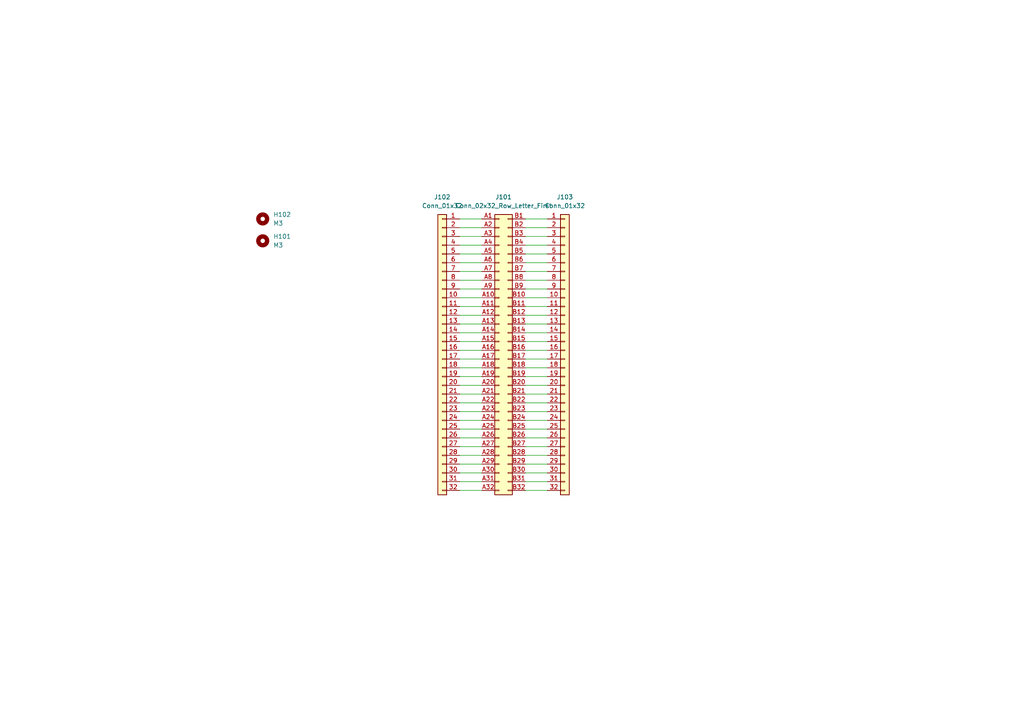
<source format=kicad_sch>
(kicad_sch (version 20250114) (generator "eeschema") (generator_version "9.0")
  (paper "A4")
  (lib_symbols
    (symbol "Connector_Generic:Conn_01x32" (pin_names (offset 1.016) (hide yes))
      (property "Reference" "J" (at 0 40.64 0))
      (property "Value" "Conn_01x32" (at 0 -43.18 0))
      (symbol "Conn_01x32_1_1"
        (rectangle (start -1.27 39.37) (end 1.27 -41.91) (stroke (width 0.254)) (fill (type background)))
        (rectangle (start -1.27 38.227) (end 0 37.973) (stroke (width 0.1524)))
        (rectangle (start -1.27 35.687) (end 0 35.433) (stroke (width 0.1524)))
        (rectangle (start -1.27 33.147) (end 0 32.893) (stroke (width 0.1524)))
        (rectangle (start -1.27 30.607) (end 0 30.353) (stroke (width 0.1524)))
        (rectangle (start -1.27 28.067) (end 0 27.813) (stroke (width 0.1524)))
        (rectangle (start -1.27 25.527) (end 0 25.273) (stroke (width 0.1524)))
        (rectangle (start -1.27 22.987) (end 0 22.733) (stroke (width 0.1524)))
        (rectangle (start -1.27 20.447) (end 0 20.193) (stroke (width 0.1524)))
        (rectangle (start -1.27 17.907) (end 0 17.653) (stroke (width 0.1524)))
        (rectangle (start -1.27 15.367) (end 0 15.113) (stroke (width 0.1524)))
        (rectangle (start -1.27 12.827) (end 0 12.573) (stroke (width 0.1524)))
        (rectangle (start -1.27 10.287) (end 0 10.033) (stroke (width 0.1524)))
        (rectangle (start -1.27 7.747) (end 0 7.493) (stroke (width 0.1524)))
        (rectangle (start -1.27 5.207) (end 0 4.953) (stroke (width 0.1524)))
        (rectangle (start -1.27 2.667) (end 0 2.413) (stroke (width 0.1524)))
        (rectangle (start -1.27 0.127) (end 0 -0.127) (stroke (width 0.1524)))
        (rectangle (start -1.27 -2.413) (end 0 -2.667) (stroke (width 0.1524)))
        (rectangle (start -1.27 -4.953) (end 0 -5.207) (stroke (width 0.1524)))
        (rectangle (start -1.27 -7.493) (end 0 -7.747) (stroke (width 0.1524)))
        (rectangle (start -1.27 -10.033) (end 0 -10.287) (stroke (width 0.1524)))
        (rectangle (start -1.27 -12.573) (end 0 -12.827) (stroke (width 0.1524)))
        (rectangle (start -1.27 -15.113) (end 0 -15.367) (stroke (width 0.1524)))
        (rectangle (start -1.27 -17.653) (end 0 -17.907) (stroke (width 0.1524)))
        (rectangle (start -1.27 -20.193) (end 0 -20.447) (stroke (width 0.1524)))
        (rectangle (start -1.27 -22.733) (end 0 -22.987) (stroke (width 0.1524)))
        (rectangle (start -1.27 -25.273) (end 0 -25.527) (stroke (width 0.1524)))
        (rectangle (start -1.27 -27.813) (end 0 -28.067) (stroke (width 0.1524)))
        (rectangle (start -1.27 -30.353) (end 0 -30.607) (stroke (width 0.1524)))
        (rectangle (start -1.27 -32.893) (end 0 -33.147) (stroke (width 0.1524)))
        (rectangle (start -1.27 -35.433) (end 0 -35.687) (stroke (width 0.1524)))
        (rectangle (start -1.27 -37.973) (end 0 -38.227) (stroke (width 0.1524)))
        (rectangle (start -1.27 -40.513) (end 0 -40.767) (stroke (width 0.1524)))
        (pin passive line (at -5.08 38.1 0) (length 3.81) (name "Pin_1") (number "1"))
        (pin passive line (at -5.08 35.56 0) (length 3.81) (name "Pin_2") (number "2"))
        (pin passive line (at -5.08 33.02 0) (length 3.81) (name "Pin_3") (number "3"))
        (pin passive line (at -5.08 30.48 0) (length 3.81) (name "Pin_4") (number "4"))
        (pin passive line (at -5.08 27.94 0) (length 3.81) (name "Pin_5") (number "5"))
        (pin passive line (at -5.08 25.4 0) (length 3.81) (name "Pin_6") (number "6"))
        (pin passive line (at -5.08 22.86 0) (length 3.81) (name "Pin_7") (number "7"))
        (pin passive line (at -5.08 20.32 0) (length 3.81) (name "Pin_8") (number "8"))
        (pin passive line (at -5.08 17.78 0) (length 3.81) (name "Pin_9") (number "9"))
        (pin passive line (at -5.08 15.24 0) (length 3.81) (name "Pin_10") (number "10"))
        (pin passive line (at -5.08 12.7 0) (length 3.81) (name "Pin_11") (number "11"))
        (pin passive line (at -5.08 10.16 0) (length 3.81) (name "Pin_12") (number "12"))
        (pin passive line (at -5.08 7.62 0) (length 3.81) (name "Pin_13") (number "13"))
        (pin passive line (at -5.08 5.08 0) (length 3.81) (name "Pin_14") (number "14"))
        (pin passive line (at -5.08 2.54 0) (length 3.81) (name "Pin_15") (number "15"))
        (pin passive line (at -5.08 0 0) (length 3.81) (name "Pin_16") (number "16"))
        (pin passive line (at -5.08 -2.54 0) (length 3.81) (name "Pin_17") (number "17"))
        (pin passive line (at -5.08 -5.08 0) (length 3.81) (name "Pin_18") (number "18"))
        (pin passive line (at -5.08 -7.62 0) (length 3.81) (name "Pin_19") (number "19"))
        (pin passive line (at -5.08 -10.16 0) (length 3.81) (name "Pin_20") (number "20"))
        (pin passive line (at -5.08 -12.7 0) (length 3.81) (name "Pin_21") (number "21"))
        (pin passive line (at -5.08 -15.24 0) (length 3.81) (name "Pin_22") (number "22"))
        (pin passive line (at -5.08 -17.78 0) (length 3.81) (name "Pin_23") (number "23"))
        (pin passive line (at -5.08 -20.32 0) (length 3.81) (name "Pin_24") (number "24"))
        (pin passive line (at -5.08 -22.86 0) (length 3.81) (name "Pin_25") (number "25"))
        (pin passive line (at -5.08 -25.4 0) (length 3.81) (name "Pin_26") (number "26"))
        (pin passive line (at -5.08 -27.94 0) (length 3.81) (name "Pin_27") (number "27"))
        (pin passive line (at -5.08 -30.48 0) (length 3.81) (name "Pin_28") (number "28"))
        (pin passive line (at -5.08 -33.02 0) (length 3.81) (name "Pin_29") (number "29"))
        (pin passive line (at -5.08 -35.56 0) (length 3.81) (name "Pin_30") (number "30"))
        (pin passive line (at -5.08 -38.1 0) (length 3.81) (name "Pin_31") (number "31"))
        (pin passive line (at -5.08 -40.64 0) (length 3.81) (name "Pin_32") (number "32"))
      )
    )
    (symbol "Mechanical Prototype:Conn_02x32_Row_Letter_First" (pin_names (offset 1.016) (hide yes))
      (property "Reference" "J" (at 1.27 40.64 0))
      (property "Value" "Conn_02x32_Row_Letter_First" (at 1.27 -43.18 0))
      (symbol "Conn_02x32_Row_Letter_First_1_1"
        (rectangle (start -1.27 39.37) (end 3.81 -41.91) (stroke (width 0.254)) (fill (type background)))
        (rectangle (start -1.27 38.227) (end 0 37.973) (stroke (width 0.1524)))
        (rectangle (start -1.27 35.687) (end 0 35.433) (stroke (width 0.1524)))
        (rectangle (start -1.27 33.147) (end 0 32.893) (stroke (width 0.1524)))
        (rectangle (start -1.27 30.607) (end 0 30.353) (stroke (width 0.1524)))
        (rectangle (start -1.27 28.067) (end 0 27.813) (stroke (width 0.1524)))
        (rectangle (start -1.27 25.527) (end 0 25.273) (stroke (width 0.1524)))
        (rectangle (start -1.27 22.987) (end 0 22.733) (stroke (width 0.1524)))
        (rectangle (start -1.27 20.447) (end 0 20.193) (stroke (width 0.1524)))
        (rectangle (start -1.27 17.907) (end 0 17.653) (stroke (width 0.1524)))
        (rectangle (start -1.27 15.367) (end 0 15.113) (stroke (width 0.1524)))
        (rectangle (start -1.27 12.827) (end 0 12.573) (stroke (width 0.1524)))
        (rectangle (start -1.27 10.287) (end 0 10.033) (stroke (width 0.1524)))
        (rectangle (start -1.27 7.747) (end 0 7.493) (stroke (width 0.1524)))
        (rectangle (start -1.27 5.207) (end 0 4.953) (stroke (width 0.1524)))
        (rectangle (start -1.27 2.667) (end 0 2.413) (stroke (width 0.1524)))
        (rectangle (start -1.27 0.127) (end 0 -0.127) (stroke (width 0.1524)))
        (rectangle (start -1.27 -2.413) (end 0 -2.667) (stroke (width 0.1524)))
        (rectangle (start -1.27 -4.953) (end 0 -5.207) (stroke (width 0.1524)))
        (rectangle (start -1.27 -7.493) (end 0 -7.747) (stroke (width 0.1524)))
        (rectangle (start -1.27 -10.033) (end 0 -10.287) (stroke (width 0.1524)))
        (rectangle (start -1.27 -12.573) (end 0 -12.827) (stroke (width 0.1524)))
        (rectangle (start -1.27 -15.113) (end 0 -15.367) (stroke (width 0.1524)))
        (rectangle (start -1.27 -17.653) (end 0 -17.907) (stroke (width 0.1524)))
        (rectangle (start -1.27 -20.193) (end 0 -20.447) (stroke (width 0.1524)))
        (rectangle (start -1.27 -22.733) (end 0 -22.987) (stroke (width 0.1524)))
        (rectangle (start -1.27 -25.273) (end 0 -25.527) (stroke (width 0.1524)))
        (rectangle (start -1.27 -27.813) (end 0 -28.067) (stroke (width 0.1524)))
        (rectangle (start -1.27 -30.353) (end 0 -30.607) (stroke (width 0.1524)))
        (rectangle (start -1.27 -32.893) (end 0 -33.147) (stroke (width 0.1524)))
        (rectangle (start -1.27 -35.433) (end 0 -35.687) (stroke (width 0.1524)))
        (rectangle (start -1.27 -37.973) (end 0 -38.227) (stroke (width 0.1524)))
        (rectangle (start -1.27 -40.513) (end 0 -40.767) (stroke (width 0.1524)))
        (rectangle (start 3.81 38.227) (end 2.54 37.973) (stroke (width 0.1524)))
        (rectangle (start 3.81 35.687) (end 2.54 35.433) (stroke (width 0.1524)))
        (rectangle (start 3.81 33.147) (end 2.54 32.893) (stroke (width 0.1524)))
        (rectangle (start 3.81 30.607) (end 2.54 30.353) (stroke (width 0.1524)))
        (rectangle (start 3.81 28.067) (end 2.54 27.813) (stroke (width 0.1524)))
        (rectangle (start 3.81 25.527) (end 2.54 25.273) (stroke (width 0.1524)))
        (rectangle (start 3.81 22.987) (end 2.54 22.733) (stroke (width 0.1524)))
        (rectangle (start 3.81 20.447) (end 2.54 20.193) (stroke (width 0.1524)))
        (rectangle (start 3.81 17.907) (end 2.54 17.653) (stroke (width 0.1524)))
        (rectangle (start 3.81 15.367) (end 2.54 15.113) (stroke (width 0.1524)))
        (rectangle (start 3.81 12.827) (end 2.54 12.573) (stroke (width 0.1524)))
        (rectangle (start 3.81 10.287) (end 2.54 10.033) (stroke (width 0.1524)))
        (rectangle (start 3.81 7.747) (end 2.54 7.493) (stroke (width 0.1524)))
        (rectangle (start 3.81 5.207) (end 2.54 4.953) (stroke (width 0.1524)))
        (rectangle (start 3.81 2.667) (end 2.54 2.413) (stroke (width 0.1524)))
        (rectangle (start 3.81 0.127) (end 2.54 -0.127) (stroke (width 0.1524)))
        (rectangle (start 3.81 -2.413) (end 2.54 -2.667) (stroke (width 0.1524)))
        (rectangle (start 3.81 -4.953) (end 2.54 -5.207) (stroke (width 0.1524)))
        (rectangle (start 3.81 -7.493) (end 2.54 -7.747) (stroke (width 0.1524)))
        (rectangle (start 3.81 -10.033) (end 2.54 -10.287) (stroke (width 0.1524)))
        (rectangle (start 3.81 -12.573) (end 2.54 -12.827) (stroke (width 0.1524)))
        (rectangle (start 3.81 -15.113) (end 2.54 -15.367) (stroke (width 0.1524)))
        (rectangle (start 3.81 -17.653) (end 2.54 -17.907) (stroke (width 0.1524)))
        (rectangle (start 3.81 -20.193) (end 2.54 -20.447) (stroke (width 0.1524)))
        (rectangle (start 3.81 -22.733) (end 2.54 -22.987) (stroke (width 0.1524)))
        (rectangle (start 3.81 -25.273) (end 2.54 -25.527) (stroke (width 0.1524)))
        (rectangle (start 3.81 -27.813) (end 2.54 -28.067) (stroke (width 0.1524)))
        (rectangle (start 3.81 -30.353) (end 2.54 -30.607) (stroke (width 0.1524)))
        (rectangle (start 3.81 -32.893) (end 2.54 -33.147) (stroke (width 0.1524)))
        (rectangle (start 3.81 -35.433) (end 2.54 -35.687) (stroke (width 0.1524)))
        (rectangle (start 3.81 -37.973) (end 2.54 -38.227) (stroke (width 0.1524)))
        (rectangle (start 3.81 -40.513) (end 2.54 -40.767) (stroke (width 0.1524)))
        (pin passive line (at -5.08 38.1 0) (length 3.81) (name "Pin_A1") (number "A1"))
        (pin passive line (at -5.08 35.56 0) (length 3.81) (name "Pin_A2") (number "A2"))
        (pin passive line (at -5.08 33.02 0) (length 3.81) (name "Pin_A3") (number "A3"))
        (pin passive line (at -5.08 30.48 0) (length 3.81) (name "Pin_A4") (number "A4"))
        (pin passive line (at -5.08 27.94 0) (length 3.81) (name "Pin_A5") (number "A5"))
        (pin passive line (at -5.08 25.4 0) (length 3.81) (name "Pin_A6") (number "A6"))
        (pin passive line (at -5.08 22.86 0) (length 3.81) (name "Pin_A7") (number "A7"))
        (pin passive line (at -5.08 20.32 0) (length 3.81) (name "Pin_A8") (number "A8"))
        (pin passive line (at -5.08 17.78 0) (length 3.81) (name "Pin_A9") (number "A9"))
        (pin passive line (at -5.08 15.24 0) (length 3.81) (name "Pin_A10") (number "A10"))
        (pin passive line (at -5.08 12.7 0) (length 3.81) (name "Pin_A11") (number "A11"))
        (pin passive line (at -5.08 10.16 0) (length 3.81) (name "Pin_A12") (number "A12"))
        (pin passive line (at -5.08 7.62 0) (length 3.81) (name "Pin_A13") (number "A13"))
        (pin passive line (at -5.08 5.08 0) (length 3.81) (name "Pin_A14") (number "A14"))
        (pin passive line (at -5.08 2.54 0) (length 3.81) (name "Pin_A15") (number "A15"))
        (pin passive line (at -5.08 0 0) (length 3.81) (name "Pin_A16") (number "A16"))
        (pin passive line (at -5.08 -2.54 0) (length 3.81) (name "Pin_A17") (number "A17"))
        (pin passive line (at -5.08 -5.08 0) (length 3.81) (name "Pin_A18") (number "A18"))
        (pin passive line (at -5.08 -7.62 0) (length 3.81) (name "Pin_A19") (number "A19"))
        (pin passive line (at -5.08 -10.16 0) (length 3.81) (name "Pin_A20") (number "A20"))
        (pin passive line (at -5.08 -12.7 0) (length 3.81) (name "Pin_A21") (number "A21"))
        (pin passive line (at -5.08 -15.24 0) (length 3.81) (name "Pin_A22") (number "A22"))
        (pin passive line (at -5.08 -17.78 0) (length 3.81) (name "Pin_A23") (number "A23"))
        (pin passive line (at -5.08 -20.32 0) (length 3.81) (name "Pin_A24") (number "A24"))
        (pin passive line (at -5.08 -22.86 0) (length 3.81) (name "Pin_A25") (number "A25"))
        (pin passive line (at -5.08 -25.4 0) (length 3.81) (name "Pin_A26") (number "A26"))
        (pin passive line (at -5.08 -27.94 0) (length 3.81) (name "Pin_A27") (number "A27"))
        (pin passive line (at -5.08 -30.48 0) (length 3.81) (name "Pin_A28") (number "A28"))
        (pin passive line (at -5.08 -33.02 0) (length 3.81) (name "Pin_A29") (number "A29"))
        (pin passive line (at -5.08 -35.56 0) (length 3.81) (name "Pin_A30") (number "A30"))
        (pin passive line (at -5.08 -38.1 0) (length 3.81) (name "Pin_A31") (number "A31"))
        (pin passive line (at -5.08 -40.64 0) (length 3.81) (name "Pin_A32") (number "A32"))
        (pin passive line (at 7.62 38.1 180) (length 3.81) (name "Pin_B1") (number "B1"))
        (pin passive line (at 7.62 35.56 180) (length 3.81) (name "Pin_B2") (number "B2"))
        (pin passive line (at 7.62 33.02 180) (length 3.81) (name "Pin_B3") (number "B3"))
        (pin passive line (at 7.62 30.48 180) (length 3.81) (name "Pin_B4") (number "B4"))
        (pin passive line (at 7.62 27.94 180) (length 3.81) (name "Pin_B5") (number "B5"))
        (pin passive line (at 7.62 25.4 180) (length 3.81) (name "Pin_B6") (number "B6"))
        (pin passive line (at 7.62 22.86 180) (length 3.81) (name "Pin_B7") (number "B7"))
        (pin passive line (at 7.62 20.32 180) (length 3.81) (name "Pin_B8") (number "B8"))
        (pin passive line (at 7.62 17.78 180) (length 3.81) (name "Pin_B9") (number "B9"))
        (pin passive line (at 7.62 15.24 180) (length 3.81) (name "Pin_B10") (number "B10"))
        (pin passive line (at 7.62 12.7 180) (length 3.81) (name "Pin_B11") (number "B11"))
        (pin passive line (at 7.62 10.16 180) (length 3.81) (name "Pin_B12") (number "B12"))
        (pin passive line (at 7.62 7.62 180) (length 3.81) (name "Pin_B13") (number "B13"))
        (pin passive line (at 7.62 5.08 180) (length 3.81) (name "Pin_B14") (number "B14"))
        (pin passive line (at 7.62 2.54 180) (length 3.81) (name "Pin_B15") (number "B15"))
        (pin passive line (at 7.62 0 180) (length 3.81) (name "Pin_B16") (number "B16"))
        (pin passive line (at 7.62 -2.54 180) (length 3.81) (name "Pin_B17") (number "B17"))
        (pin passive line (at 7.62 -5.08 180) (length 3.81) (name "Pin_B18") (number "B18"))
        (pin passive line (at 7.62 -7.62 180) (length 3.81) (name "Pin_B19") (number "B19"))
        (pin passive line (at 7.62 -10.16 180) (length 3.81) (name "Pin_B20") (number "B20"))
        (pin passive line (at 7.62 -12.7 180) (length 3.81) (name "Pin_B21") (number "B21"))
        (pin passive line (at 7.62 -15.24 180) (length 3.81) (name "Pin_B22") (number "B22"))
        (pin passive line (at 7.62 -17.78 180) (length 3.81) (name "Pin_B23") (number "B23"))
        (pin passive line (at 7.62 -20.32 180) (length 3.81) (name "Pin_B24") (number "B24"))
        (pin passive line (at 7.62 -22.86 180) (length 3.81) (name "Pin_B25") (number "B25"))
        (pin passive line (at 7.62 -25.4 180) (length 3.81) (name "Pin_B26") (number "B26"))
        (pin passive line (at 7.62 -27.94 180) (length 3.81) (name "Pin_B27") (number "B27"))
        (pin passive line (at 7.62 -30.48 180) (length 3.81) (name "Pin_B28") (number "B28"))
        (pin passive line (at 7.62 -33.02 180) (length 3.81) (name "Pin_B29") (number "B29"))
        (pin passive line (at 7.62 -35.56 180) (length 3.81) (name "Pin_B30") (number "B30"))
        (pin passive line (at 7.62 -38.1 180) (length 3.81) (name "Pin_B31") (number "B31"))
        (pin passive line (at 7.62 -40.64 180) (length 3.81) (name "Pin_B32") (number "B32"))
      )
    )
    (symbol "Mechanical:MountingHole" (pin_names (offset 1.016)) (exclude_from_sim yes) (in_bom no)
      (property "Reference" "H" (at 0 5.08 0))
      (property "Value" "MountingHole" (at 0 3.175 0))
      (symbol "MountingHole_0_1"
        (circle (center 0 0) (radius 1.27) (stroke (width 1.27)))
      )
    )
  )
  (wire (pts (xy 152.4 96.52) (xy 158.75 96.52)))
  (wire (pts (xy 152.4 86.36) (xy 158.75 86.36)))
  (wire (pts (xy 152.4 104.14) (xy 158.75 104.14)))
  (wire (pts (xy 152.4 73.66) (xy 158.75 73.66)))
  (wire (pts (xy 133.35 124.46) (xy 139.7 124.46)))
  (wire (pts (xy 133.35 78.74) (xy 139.7 78.74)))
  (wire (pts (xy 133.35 134.62) (xy 139.7 134.62)))
  (wire (pts (xy 152.4 88.9) (xy 158.75 88.9)))
  (wire (pts (xy 133.35 104.14) (xy 139.7 104.14)))
  (wire (pts (xy 152.4 127) (xy 158.75 127)))
  (wire (pts (xy 133.35 83.82) (xy 139.7 83.82)))
  (wire (pts (xy 133.35 129.54) (xy 139.7 129.54)))
  (wire (pts (xy 133.35 93.98) (xy 139.7 93.98)))
  (wire (pts (xy 133.35 116.84) (xy 139.7 116.84)))
  (wire (pts (xy 133.35 137.16) (xy 139.7 137.16)))
  (wire (pts (xy 152.4 134.62) (xy 158.75 134.62)))
  (wire (pts (xy 152.4 137.16) (xy 158.75 137.16)))
  (wire (pts (xy 152.4 78.74) (xy 158.75 78.74)))
  (wire (pts (xy 152.4 71.12) (xy 158.75 71.12)))
  (wire (pts (xy 133.35 119.38) (xy 139.7 119.38)))
  (wire (pts (xy 152.4 93.98) (xy 158.75 93.98)))
  (wire (pts (xy 152.4 83.82) (xy 158.75 83.82)))
  (wire (pts (xy 152.4 91.44) (xy 158.75 91.44)))
  (wire (pts (xy 133.35 101.6) (xy 139.7 101.6)))
  (wire (pts (xy 152.4 116.84) (xy 158.75 116.84)))
  (wire (pts (xy 133.35 139.7) (xy 139.7 139.7)))
  (wire (pts (xy 133.35 81.28) (xy 139.7 81.28)))
  (wire (pts (xy 152.4 114.3) (xy 158.75 114.3)))
  (wire (pts (xy 133.35 121.92) (xy 139.7 121.92)))
  (wire (pts (xy 133.35 132.08) (xy 139.7 132.08)))
  (wire (pts (xy 152.4 121.92) (xy 158.75 121.92)))
  (wire (pts (xy 152.4 81.28) (xy 158.75 81.28)))
  (wire (pts (xy 133.35 91.44) (xy 139.7 91.44)))
  (wire (pts (xy 152.4 76.2) (xy 158.75 76.2)))
  (wire (pts (xy 133.35 142.24) (xy 139.7 142.24)))
  (wire (pts (xy 133.35 76.2) (xy 139.7 76.2)))
  (wire (pts (xy 133.35 88.9) (xy 139.7 88.9)))
  (wire (pts (xy 152.4 119.38) (xy 158.75 119.38)))
  (wire (pts (xy 152.4 66.04) (xy 158.75 66.04)))
  (wire (pts (xy 133.35 109.22) (xy 139.7 109.22)))
  (wire (pts (xy 133.35 68.58) (xy 139.7 68.58)))
  (wire (pts (xy 152.4 63.5) (xy 158.75 63.5)))
  (wire (pts (xy 133.35 96.52) (xy 139.7 96.52)))
  (wire (pts (xy 133.35 99.06) (xy 139.7 99.06)))
  (wire (pts (xy 133.35 127) (xy 139.7 127)))
  (wire (pts (xy 152.4 68.58) (xy 158.75 68.58)))
  (wire (pts (xy 133.35 114.3) (xy 139.7 114.3)))
  (wire (pts (xy 133.35 111.76) (xy 139.7 111.76)))
  (wire (pts (xy 152.4 99.06) (xy 158.75 99.06)))
  (wire (pts (xy 133.35 63.5) (xy 139.7 63.5)))
  (wire (pts (xy 133.35 73.66) (xy 139.7 73.66)))
  (wire (pts (xy 152.4 106.68) (xy 158.75 106.68)))
  (wire (pts (xy 152.4 132.08) (xy 158.75 132.08)))
  (wire (pts (xy 133.35 66.04) (xy 139.7 66.04)))
  (wire (pts (xy 152.4 111.76) (xy 158.75 111.76)))
  (wire (pts (xy 152.4 139.7) (xy 158.75 139.7)))
  (wire (pts (xy 133.35 71.12) (xy 139.7 71.12)))
  (wire (pts (xy 152.4 109.22) (xy 158.75 109.22)))
  (wire (pts (xy 152.4 101.6) (xy 158.75 101.6)))
  (wire (pts (xy 133.35 106.68) (xy 139.7 106.68)))
  (wire (pts (xy 152.4 124.46) (xy 158.75 124.46)))
  (wire (pts (xy 133.35 86.36) (xy 139.7 86.36)))
  (wire (pts (xy 152.4 142.24) (xy 158.75 142.24)))
  (wire (pts (xy 152.4 129.54) (xy 158.75 129.54)))
  (symbol (lib_id "Connector_Generic:Conn_01x32") (at 163.83 101.6 0) (unit 1)
    (property "Reference" "J103" (at 163.83 57.15 0))
    (property "Value" "Conn_01x32" (at 163.83 59.69 0))
    (property "Footprint" "Connector_PinHeader_2.54mm:PinHeader_1x32_P2.54mm_Vertical" (effects (hide yes)))
    (property "Description" "Generic connector, single row, 01x32, script generated (kicad-library-utils/schlib/autogen/connector/)" (effects (hide yes)))
  )
  (symbol (lib_id "Mechanical:MountingHole") (at 76.2 63.5 0) (unit 1) (exclude_from_sim yes) (in_bom no)
    (property "Reference" "H102" (at 79.248 62.2299 0) (effects (justify left)))
    (property "Value" "M3" (at 79.248 64.7699 0) (effects (justify left)))
    (property "Footprint" "MountingHole:MountingHole_3.2mm_M3_DIN965" (effects (hide yes)))
    (property "Description" "Mounting Hole without connection" (effects (hide yes)))
  )
  (symbol (lib_id "Mechanical Prototype:Conn_02x32_Row_Letter_First") (at 144.78 101.6 0) (unit 1)
    (property "Reference" "J101" (at 146.05 57.15 0))
    (property "Value" "Conn_02x32_Row_Letter_First" (at 146.05 59.69 0))
    (property "Footprint" "Mechanical Prototype:BUS_PCIexpress_x4" (effects (hide yes)))
    (property "Description" "Generic connector, double row, 02x32, row letter first pin numbering scheme (pin number consists of a letter for the row and a number for the pin index in this row. a1, ..., aN; b1, ..., bN), script generated (kicad-library-utils/schlib/autogen/connector/)" (effects (hide yes)))
  )
  (symbol (lib_id "Mechanical:MountingHole") (at 76.2 69.85 0) (unit 1) (exclude_from_sim yes) (in_bom no)
    (property "Reference" "H101" (at 79.248 68.5799 0) (effects (justify left)))
    (property "Value" "M3" (at 79.248 71.1199 0) (effects (justify left)))
    (property "Footprint" "MountingHole:MountingHole_3.2mm_M3_DIN965" (effects (hide yes)))
    (property "Description" "Mounting Hole without connection" (effects (hide yes)))
  )
  (symbol (lib_id "Connector_Generic:Conn_01x32") (at 128.27 101.6 0) (mirror y) (unit 1)
    (property "Reference" "J102" (at 128.27 57.15 0))
    (property "Value" "Conn_01x32" (at 128.27 59.69 0))
    (property "Footprint" "Connector_PinHeader_2.54mm:PinHeader_1x32_P2.54mm_Vertical" (effects (hide yes)))
    (property "Description" "Generic connector, single row, 01x32, script generated (kicad-library-utils/schlib/autogen/connector/)" (effects (hide yes)))
  )
)
</source>
